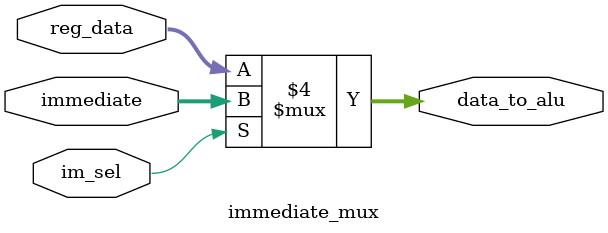
<source format=v>
`timescale 1ns / 1ps


module immediate_mux(
    input im_sel,
    input [15:0] reg_data,
    input [15:0] immediate,
    output reg [15:0] data_to_alu
    );
    always @*
        begin
            if (im_sel==1)
                data_to_alu=immediate;
           else
                data_to_alu=reg_data;
        end          
endmodule

</source>
